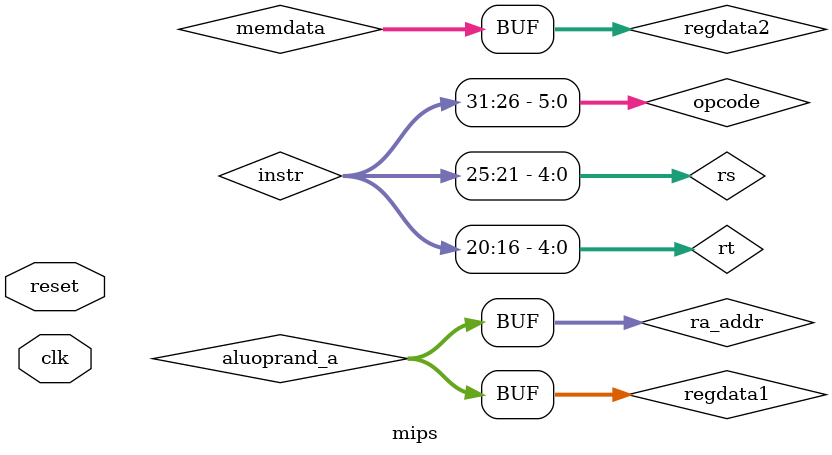
<source format=v>
`timescale 1ns / 1ps
module mips(
	input clk,reset
    );
	 
	 wire ifzero,  npc_sel,  jump,  jr,  jal,  regdst,  memtoreg,  memwrite,  alusrc,  regwrite;
	 wire [31:0] memout,  memaddr,  memdata,  aluoprand_a,  aluoprand_b,  aluoutput_c,  ra_addr,  instr,  
					 pc_and_4,  regdata, regdata1, regdata2,  out32;
	 wire [15:0] imm16;
	 wire [5:0] opcode,  func;
	 wire [4:0] rs,  rt,  rd,  regaddr; 
	 wire [3:0] aluctr;
	 wire [1:0] extop;
	 
	 //IFU
	 assign opcode[5:0] = instr[31:26], rs[4:0] = instr[25:21], rt[4:0] = instr[20:16],
			  rd[4:0] = instr[15:11], func[5:0] = instr[5:0], imm16[15:0] = instr[15:0],
			  ra_addr[31:0] = regdata1[31:0];
	 //ALU
	 assign aluoprand_a[31:0] = regdata1[31:0];
	 //DM
	 assign memdata[31:0] = regdata2[31:0];
	 assign memaddr[31:0] = aluoutput_c[31:0];
	 
	 IFU ifu(
	 .clk(clk),// 1
	 .reset(reset),// 1
	 .ifzero(ifzero),// 1
	 .npc_sel(npc_sel),// 1
	 .jump(jump),// 1
	 .jr(jr),// 1
	 .ra_addr(ra_addr),// 32
	 
	 .instr(instr),// 32
	 .pc_and_4(pc_and_4)// 32
	 );
	 
	 control controller(
	 .opcode(opcode),// 6
	 .func(func),// 6
	 
	 .jr(jr),// 1
	 .jal(jal),// 1
	 .jump(jump),// 1
	 .regdst(regdst),// 1
	 .npc_sel(npc_sel),// 1
	 .extop(extop),// 2
	 .memtoreg(memtoreg),// 1
	 .aluctr(aluctr),// 4
	 .memwrite(memwrite),// 1
	 .alusrc(alusrc),// 1
	 .regwrite(regwrite)// 1
	 );
	 
	 GRF grf(
	 .rs(rs),// 5
	 .rt(rt),// 5
	 .regaddr(regaddr),// 5
	 .clk(clk),// 1
	 .reset(reset),// 1
	 .regwrite(regwrite),// 1
	 .regdata(regdata),// 32
	 .pc_and_4(pc_and_4),// 32
	 
	 .regdata1(regdata1),// 32
	 .regdata2(regdata2)// 32
	 );
	 
	 EXT ext(
	 .imm16(imm16),// 16
	 .extop(extop),// 2
	 
	 .out32(out32)//32
	 );
	 
	 ALU alu(
	 .aluctr(aluctr),// 4
	 .aluoprand_a(aluoprand_a),// 32
	 .aluoprand_b(aluoprand_b),// 32
	 
	 .aluoutput_c(aluoutput_c),// 32
	 .ifzero(ifzero)// 1
	 );
	 
	 DM dm(
	 .memwrite(memwrite),// 1
	 .clk(clk),// 1
	 .reset(reset),// 1
	 .memdata(memdata),// 32
	 .memaddr(memaddr),// 32
	 .pc_and_4(pc_and_4),// 32
	 
	 .memout(memout)// 32
	 );
	 
	 MuxRegRd muxregin(
	 .rt(rt),// 5
	 .rd(rd),// 5
	 .jal(jal),// 1
	 .regdst(regdst),// 1
	 
	 .regaddr(regaddr)// 5
	 );
	 
	 MuxALUNum muxaluin(
	 .out32(out32),// 32
	 .regdata2(regdata2),// 32
	 .alusrc(alusrc),// 1
	 
	 .aluoprand_b(aluoprand_b)// 32
	 );
	 
	 MuxRegData muxregdata(
	 .aluoutput_c(aluoutput_c),// 32
	 .memout(memout),// 32
	 .pc_and_4(pc_and_4),// 32
	 .jal(jal),// 1
	 .memtoreg(memtoreg),// 1
	 
	 .regdata(regdata)// 32
	 );
endmodule
</source>
